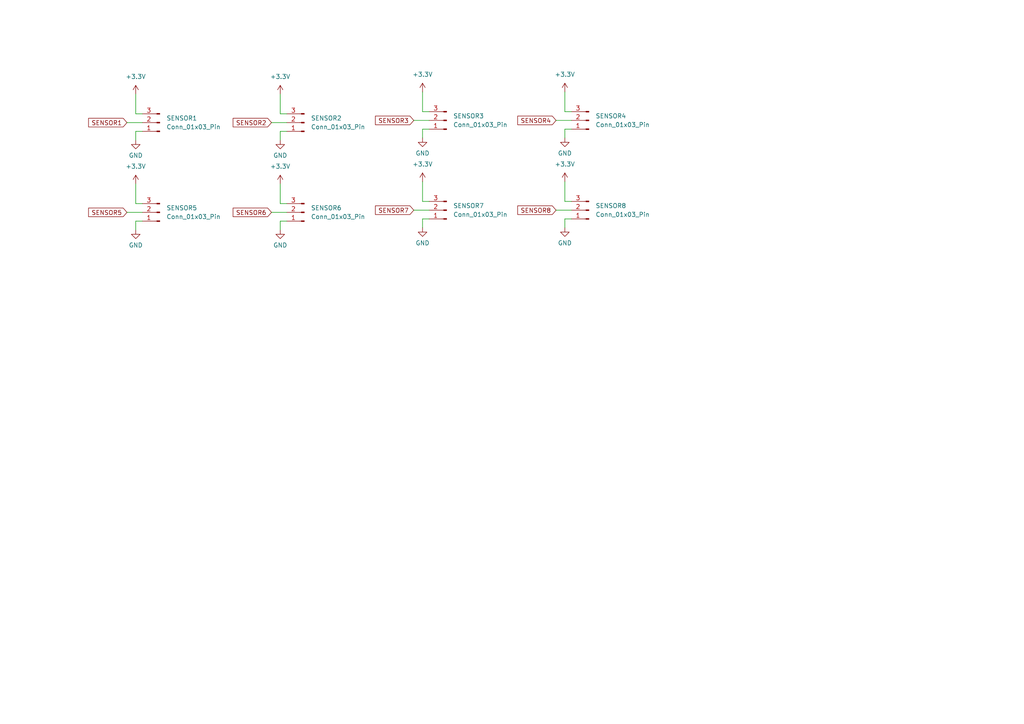
<source format=kicad_sch>
(kicad_sch (version 20231120) (generator "eeschema") (generator_version "8.0")
  (paper "A4")
  (lib_symbols
    (symbol "Connector:Conn_01x03_Pin" (pin_names (offset 1.016) hide)
      (property "Reference" "J" (at 0 5.08 0))
      (property "Value" "Conn_01x03_Pin" (at 0 -5.08 0))
      (symbol "Conn_01x03_Pin_1_1"
        (polyline (pts (xy 1.27 -2.54) (xy 0.8636 -2.54)) (stroke (width 0.1524)))
        (polyline (pts (xy 1.27 0) (xy 0.8636 0)) (stroke (width 0.1524)))
        (polyline (pts (xy 1.27 2.54) (xy 0.8636 2.54)) (stroke (width 0.1524)))
        (rectangle (start 0.8636 -2.413) (end 0 -2.667) (stroke (width 0.1524)) (fill (type outline)))
        (rectangle (start 0.8636 0.127) (end 0 -0.127) (stroke (width 0.1524)) (fill (type outline)))
        (rectangle (start 0.8636 2.667) (end 0 2.413) (stroke (width 0.1524)) (fill (type outline)))
        (pin passive line (at 5.08 2.54 180) (length 3.81) (name "Pin_1") (number "1"))
        (pin passive line (at 5.08 0 180) (length 3.81) (name "Pin_2") (number "2"))
        (pin passive line (at 5.08 -2.54 180) (length 3.81) (name "Pin_3") (number "3"))
      )
    )
    (symbol "power:+3.3V" (power) (pin_names (offset 0))
      (property "Value" "+3.3V" (at 0 3.556 0))
      (symbol "+3.3V_0_1"
        (polyline (pts (xy -0.762 1.27) (xy 0 2.54)))
        (polyline (pts (xy 0 0) (xy 0 2.54)))
        (polyline (pts (xy 0 2.54) (xy 0.762 1.27)))
      )
      (symbol "+3.3V_1_1"
        (pin power_in line (at 0 0 90) (length 0) hide (name "+3.3V") (number "1"))
      )
    )
    (symbol "power:GND" (power) (pin_names (offset 0))
      (property "Value" "GND" (at 0 -3.81 0))
      (symbol "GND_0_1"
        (polyline (pts (xy 0 0) (xy 0 -1.27) (xy 1.27 -1.27) (xy 0 -2.54) (xy -1.27 -1.27) (xy 0 -1.27)))
      )
      (symbol "GND_1_1"
        (pin power_in line (at 0 0 270) (length 0) hide (name "GND") (number "1"))
      )
    )
  )
  (wire (pts (xy 81.28 27.305) (xy 81.28 33.02)))
  (wire (pts (xy 78.74 61.595) (xy 83.185 61.595)))
  (wire (pts (xy 122.555 66.04) (xy 122.555 63.5)))
  (wire (pts (xy 36.83 35.56) (xy 41.275 35.56)))
  (wire (pts (xy 81.28 53.34) (xy 81.28 59.055)))
  (wire (pts (xy 163.83 40.005) (xy 163.83 37.465)))
  (wire (pts (xy 36.83 61.595) (xy 41.275 61.595)))
  (wire (pts (xy 163.83 37.465) (xy 165.735 37.465)))
  (wire (pts (xy 163.83 32.385) (xy 165.735 32.385)))
  (wire (pts (xy 81.28 59.055) (xy 83.185 59.055)))
  (wire (pts (xy 39.37 53.34) (xy 39.37 59.055)))
  (wire (pts (xy 122.555 52.705) (xy 122.555 58.42)))
  (wire (pts (xy 81.28 40.64) (xy 81.28 38.1)))
  (wire (pts (xy 39.37 27.305) (xy 39.37 33.02)))
  (wire (pts (xy 161.29 60.96) (xy 165.735 60.96)))
  (wire (pts (xy 81.28 64.135) (xy 83.185 64.135)))
  (wire (pts (xy 81.28 66.675) (xy 81.28 64.135)))
  (wire (pts (xy 39.37 33.02) (xy 41.275 33.02)))
  (wire (pts (xy 39.37 59.055) (xy 41.275 59.055)))
  (wire (pts (xy 163.83 63.5) (xy 165.735 63.5)))
  (wire (pts (xy 122.555 32.385) (xy 124.46 32.385)))
  (wire (pts (xy 78.74 35.56) (xy 83.185 35.56)))
  (wire (pts (xy 39.37 66.675) (xy 39.37 64.135)))
  (wire (pts (xy 120.015 60.96) (xy 124.46 60.96)))
  (wire (pts (xy 39.37 64.135) (xy 41.275 64.135)))
  (wire (pts (xy 81.28 38.1) (xy 83.185 38.1)))
  (wire (pts (xy 122.555 37.465) (xy 124.46 37.465)))
  (wire (pts (xy 122.555 40.005) (xy 122.555 37.465)))
  (wire (pts (xy 81.28 33.02) (xy 83.185 33.02)))
  (wire (pts (xy 163.83 66.04) (xy 163.83 63.5)))
  (wire (pts (xy 163.83 52.705) (xy 163.83 58.42)))
  (wire (pts (xy 122.555 26.67) (xy 122.555 32.385)))
  (wire (pts (xy 120.015 34.925) (xy 124.46 34.925)))
  (wire (pts (xy 39.37 38.1) (xy 41.275 38.1)))
  (wire (pts (xy 161.29 34.925) (xy 165.735 34.925)))
  (wire (pts (xy 122.555 63.5) (xy 124.46 63.5)))
  (wire (pts (xy 163.83 26.67) (xy 163.83 32.385)))
  (wire (pts (xy 122.555 58.42) (xy 124.46 58.42)))
  (wire (pts (xy 163.83 58.42) (xy 165.735 58.42)))
  (wire (pts (xy 39.37 40.64) (xy 39.37 38.1)))
  (global_label "SENSOR3" (shape input) (at 120.015 34.925 180) (property "Intersheetrefs" "${INTERSHEET_REFS}" (effects (hide yes))))
  (global_label "SENSOR2" (shape input) (at 78.74 35.56 180) (property "Intersheetrefs" "${INTERSHEET_REFS}" (effects (hide yes))))
  (global_label "SENSOR5" (shape input) (at 36.83 61.595 180) (property "Intersheetrefs" "${INTERSHEET_REFS}" (effects (hide yes))))
  (global_label "SENSOR6" (shape input) (at 78.74 61.595 180) (property "Intersheetrefs" "${INTERSHEET_REFS}" (effects (hide yes))))
  (global_label "SENSOR1" (shape input) (at 36.83 35.56 180) (property "Intersheetrefs" "${INTERSHEET_REFS}" (effects (hide yes))))
  (global_label "SENSOR8" (shape input) (at 161.29 60.96 180) (property "Intersheetrefs" "${INTERSHEET_REFS}" (effects (hide yes))))
  (global_label "SENSOR7" (shape input) (at 120.015 60.96 180) (property "Intersheetrefs" "${INTERSHEET_REFS}" (effects (hide yes))))
  (global_label "SENSOR4" (shape input) (at 161.29 34.925 180) (property "Intersheetrefs" "${INTERSHEET_REFS}" (effects (hide yes))))
  (symbol (lib_id "power:+3.3V") (at 163.83 26.67 0) (unit 1)
    (property "Reference" "#PWR054" (effects (hide yes)))
    (property "Value" "+3.3V" (at 163.83 21.59 0))
  )
  (symbol (lib_id "power:+3.3V") (at 122.555 26.67 0) (unit 1)
    (property "Reference" "#PWR052" (effects (hide yes)))
    (property "Value" "+3.3V" (at 122.555 21.59 0))
  )
  (symbol (lib_id "Connector:Conn_01x03_Pin") (at 170.815 34.925 180) (unit 1)
    (property "Reference" "SENSOR4" (at 172.72 33.6549 0) (effects (justify right)))
    (property "Value" "Conn_01x03_Pin" (at 172.72 36.1949 0) (effects (justify right)))
    (property "Footprint" "Connector_JST:JST_XH_S3B-XH-A_1x03_P2.50mm_Horizontal" (effects (hide yes)))
    (property "Description" "Generic connector, single row, 01x03, script generated" (effects (hide yes)))
  )
  (symbol (lib_id "power:GND") (at 122.555 40.005 0) (unit 1)
    (property "Reference" "#PWR053" (effects (hide yes)))
    (property "Value" "GND" (at 122.555 44.45 0))
    (property "Description" "Power symbol creates a global label with name \"GND\" , ground" (effects (hide yes)))
  )
  (symbol (lib_id "power:GND") (at 163.83 66.04 0) (unit 1)
    (property "Reference" "#PWR063" (effects (hide yes)))
    (property "Value" "GND" (at 163.83 70.485 0))
    (property "Description" "Power symbol creates a global label with name \"GND\" , ground" (effects (hide yes)))
  )
  (symbol (lib_id "Connector:Conn_01x03_Pin") (at 129.54 60.96 180) (unit 1)
    (property "Reference" "SENSOR7" (at 131.445 59.6899 0) (effects (justify right)))
    (property "Value" "Conn_01x03_Pin" (at 131.445 62.2299 0) (effects (justify right)))
    (property "Footprint" "Connector_JST:JST_XH_S3B-XH-A_1x03_P2.50mm_Horizontal" (effects (hide yes)))
    (property "Description" "Generic connector, single row, 01x03, script generated" (effects (hide yes)))
  )
  (symbol (lib_id "Connector:Conn_01x03_Pin") (at 88.265 35.56 180) (unit 1)
    (property "Reference" "SENSOR2" (at 90.17 34.2899 0) (effects (justify right)))
    (property "Value" "Conn_01x03_Pin" (at 90.17 36.8299 0) (effects (justify right)))
    (property "Footprint" "Connector_JST:JST_XH_S3B-XH-A_1x03_P2.50mm_Horizontal" (effects (hide yes)))
    (property "Description" "Generic connector, single row, 01x03, script generated" (effects (hide yes)))
  )
  (symbol (lib_id "power:GND") (at 39.37 66.675 0) (unit 1)
    (property "Reference" "#PWR057" (effects (hide yes)))
    (property "Value" "GND" (at 39.37 71.12 0))
    (property "Description" "Power symbol creates a global label with name \"GND\" , ground" (effects (hide yes)))
  )
  (symbol (lib_id "power:+3.3V") (at 39.37 53.34 0) (unit 1)
    (property "Reference" "#PWR056" (effects (hide yes)))
    (property "Value" "+3.3V" (at 39.37 48.26 0))
  )
  (symbol (lib_id "power:+3.3V") (at 81.28 53.34 0) (unit 1)
    (property "Reference" "#PWR058" (effects (hide yes)))
    (property "Value" "+3.3V" (at 81.28 48.26 0))
  )
  (symbol (lib_id "power:+3.3V") (at 122.555 52.705 0) (unit 1)
    (property "Reference" "#PWR060" (effects (hide yes)))
    (property "Value" "+3.3V" (at 122.555 47.625 0))
  )
  (symbol (lib_id "power:GND") (at 81.28 66.675 0) (unit 1)
    (property "Reference" "#PWR059" (effects (hide yes)))
    (property "Value" "GND" (at 81.28 71.12 0))
    (property "Description" "Power symbol creates a global label with name \"GND\" , ground" (effects (hide yes)))
  )
  (symbol (lib_id "power:GND") (at 163.83 40.005 0) (unit 1)
    (property "Reference" "#PWR055" (effects (hide yes)))
    (property "Value" "GND" (at 163.83 44.45 0))
    (property "Description" "Power symbol creates a global label with name \"GND\" , ground" (effects (hide yes)))
  )
  (symbol (lib_id "power:GND") (at 122.555 66.04 0) (unit 1)
    (property "Reference" "#PWR061" (effects (hide yes)))
    (property "Value" "GND" (at 122.555 70.485 0))
    (property "Description" "Power symbol creates a global label with name \"GND\" , ground" (effects (hide yes)))
  )
  (symbol (lib_id "power:GND") (at 39.37 40.64 0) (unit 1)
    (property "Reference" "#PWR049" (effects (hide yes)))
    (property "Value" "GND" (at 39.37 45.085 0))
    (property "Description" "Power symbol creates a global label with name \"GND\" , ground" (effects (hide yes)))
  )
  (symbol (lib_id "Connector:Conn_01x03_Pin") (at 129.54 34.925 180) (unit 1)
    (property "Reference" "SENSOR3" (at 131.445 33.6549 0) (effects (justify right)))
    (property "Value" "Conn_01x03_Pin" (at 131.445 36.1949 0) (effects (justify right)))
    (property "Footprint" "Connector_JST:JST_XH_S3B-XH-A_1x03_P2.50mm_Horizontal" (effects (hide yes)))
    (property "Description" "Generic connector, single row, 01x03, script generated" (effects (hide yes)))
  )
  (symbol (lib_id "power:+3.3V") (at 163.83 52.705 0) (unit 1)
    (property "Reference" "#PWR062" (effects (hide yes)))
    (property "Value" "+3.3V" (at 163.83 47.625 0))
  )
  (symbol (lib_id "Connector:Conn_01x03_Pin") (at 170.815 60.96 180) (unit 1)
    (property "Reference" "SENSOR8" (at 172.72 59.6899 0) (effects (justify right)))
    (property "Value" "Conn_01x03_Pin" (at 172.72 62.2299 0) (effects (justify right)))
    (property "Footprint" "Connector_JST:JST_XH_S3B-XH-A_1x03_P2.50mm_Horizontal" (effects (hide yes)))
    (property "Description" "Generic connector, single row, 01x03, script generated" (effects (hide yes)))
  )
  (symbol (lib_id "Connector:Conn_01x03_Pin") (at 46.355 35.56 180) (unit 1)
    (property "Reference" "SENSOR1" (at 48.26 34.2899 0) (effects (justify right)))
    (property "Value" "Conn_01x03_Pin" (at 48.26 36.8299 0) (effects (justify right)))
    (property "Footprint" "Connector_JST:JST_XH_S3B-XH-A_1x03_P2.50mm_Horizontal" (effects (hide yes)))
    (property "Description" "Generic connector, single row, 01x03, script generated" (effects (hide yes)))
  )
  (symbol (lib_id "power:+3.3V") (at 81.28 27.305 0) (unit 1)
    (property "Reference" "#PWR050" (effects (hide yes)))
    (property "Value" "+3.3V" (at 81.28 22.225 0))
  )
  (symbol (lib_id "Connector:Conn_01x03_Pin") (at 46.355 61.595 180) (unit 1)
    (property "Reference" "SENSOR5" (at 48.26 60.3249 0) (effects (justify right)))
    (property "Value" "Conn_01x03_Pin" (at 48.26 62.8649 0) (effects (justify right)))
    (property "Footprint" "Connector_JST:JST_XH_S3B-XH-A_1x03_P2.50mm_Horizontal" (effects (hide yes)))
    (property "Description" "Generic connector, single row, 01x03, script generated" (effects (hide yes)))
  )
  (symbol (lib_id "Connector:Conn_01x03_Pin") (at 88.265 61.595 180) (unit 1)
    (property "Reference" "SENSOR6" (at 90.17 60.3249 0) (effects (justify right)))
    (property "Value" "Conn_01x03_Pin" (at 90.17 62.8649 0) (effects (justify right)))
    (property "Footprint" "Connector_JST:JST_XH_S3B-XH-A_1x03_P2.50mm_Horizontal" (effects (hide yes)))
    (property "Description" "Generic connector, single row, 01x03, script generated" (effects (hide yes)))
  )
  (symbol (lib_id "power:+3.3V") (at 39.37 27.305 0) (unit 1)
    (property "Reference" "#PWR048" (effects (hide yes)))
    (property "Value" "+3.3V" (at 39.37 22.225 0))
  )
  (symbol (lib_id "power:GND") (at 81.28 40.64 0) (unit 1)
    (property "Reference" "#PWR051" (effects (hide yes)))
    (property "Value" "GND" (at 81.28 45.085 0))
    (property "Description" "Power symbol creates a global label with name \"GND\" , ground" (effects (hide yes)))
  )
)
</source>
